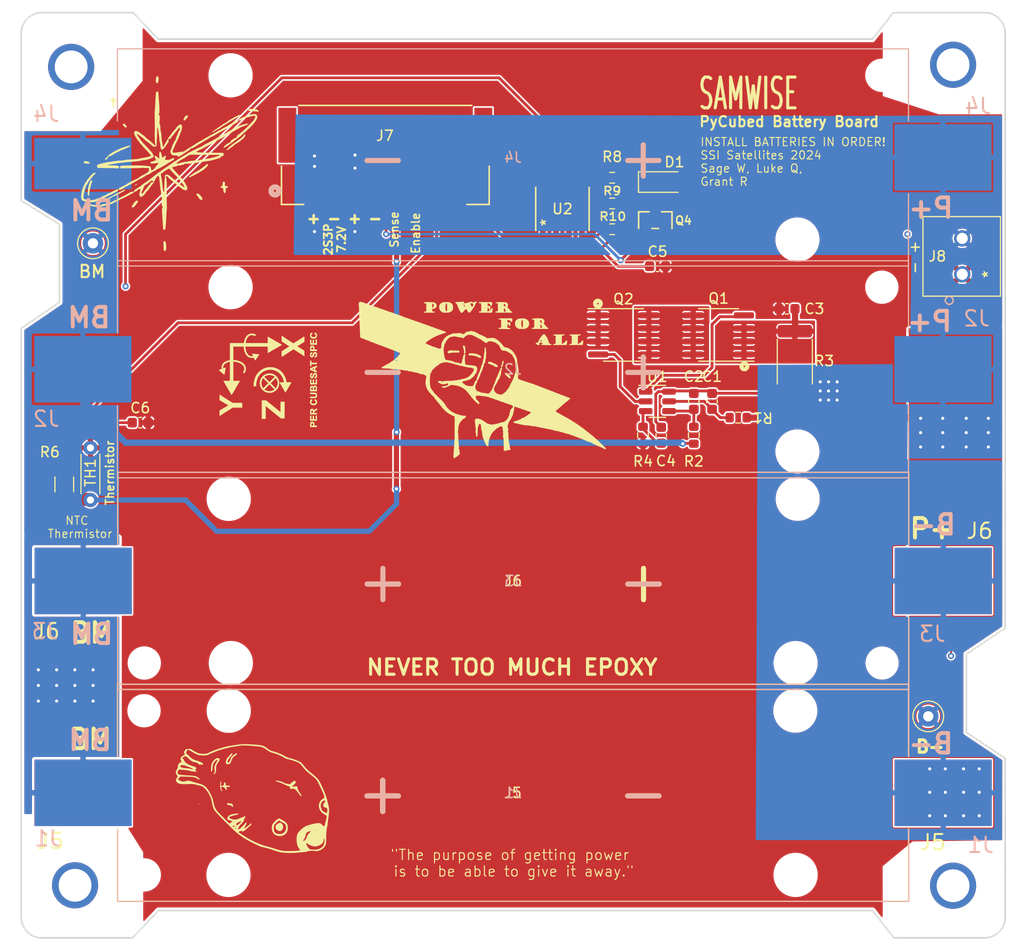
<source format=kicad_pcb>
(kicad_pcb (version 20221018) (generator pcbnew)
  (title_block (title "Battery Board") (date "2024-05-07") (rev "Post board review") (company "Stanford SSI") (comment 1 "Original design by Max Holiday, very small adaptations by Grant Regen") (comment 2 "More small edits made by Sage Wu and Luke Qiao"))
  (layers (0 "F.Cu" signal) (1 "In1.Cu" signal) (2 "In2.Cu" signal) (31 "B.Cu" signal) (34 "B.Paste" user) (35 "F.Paste" user) (36 "B.SilkS" user "B.Silkscreen") (37 "F.SilkS" user "F.Silkscreen") (38 "B.Mask" user) (39 "F.Mask" user) (44 "Edge.Cuts" user))
  (net 0 "")
  (net 1 "/VDD")
  (net 2 "B-")
  (net 3 "PACK-")
  (net 4 "BM")
  (net 5 "PACK+")
  (net 6 "Net-(U1-VC)")
  (net 7 "Net-(C3-Pad1)")
  (net 8 "PyCubed_AIN5")
  (net 10 "Net-(U1-V-)")
  (net 14 "Net-(Q1-G)")
  (net 15 "+3V3")
  (net 16 "Net-(Q1-D-Pad5)")
  (net 17 "Net-(Q2-G)")
  (net 18 "/HEATER")
  (net 19 "PyCubed_HIN")
  (net 20 "VBATT")
  (net 21 "Net-(Q4-G)")
  (net 22 "GND")
  (net 23 "Net-(Q4-D)")
  (footprint "batteryboard:Keystone_1042" (layer "F.Cu") (at 101.1174 129.8448 180)
    (fp_text reference "J5" (at 0 0 180) (layer "F.SilkS"))
    (fp_text value "KEYSTONE-1042")
    (fp_text user "-" (at -12.7 0 180) (layer "F.SilkS") (effects (font (size 4 4) (thickness 0.5))))
    (fp_text user "+" (at 12.7 0 180) (layer "F.SilkS") (effects (font (size 4 4) (thickness 0.5))))
    (pad "" np_thru_hole circle (at -27.5209 8.001 180) (size 3.7084 3.7084) (drill 3.7084) (layers "*.Cu" "*.Mask"))
    (pad "" np_thru_hole circle (at 27.7241 -8.001 180) (size 3.7084 3.7084) (drill 3.7084) (layers "*.Cu" "*.Mask"))
    (pad "" np_thru_hole circle (at 35.9537 8.001 180) (size 2.6416 2.6416) (drill 2.6416) (layers "*.Cu" "*.Mask"))
    (pad "1" smd rect (at -41.91 0 180) (size 9.4676 6.477) (layers "F.Cu" "F.Paste" "F.Mask") (net 2 "B-"))
    (pad "2" smd rect (at 41.91 0 180) (size 9.4676 6.477) (layers "F.Cu" "F.Paste" "F.Mask") (net 4 "BM"))
  )
  (footprint "Package_TO_SOT_SMD:SOT-23-6" (layer "F.Cu") (at 115.189 91.694)
    (fp_text reference "U1" (at 0 -2.4) (layer "F.SilkS"))
    (fp_text value "R5460N233AF")
    (pad "1" smd roundrect (at -1.1375 -0.95) (size 1.325 0.6) (layers "F.Cu" "F.Paste" "F.Mask") (net 14 "Net-(Q1-G)"))
    (pad "2" smd roundrect (at -1.1375 0) (size 1.325 0.6) (layers "F.Cu" "F.Paste" "F.Mask") (net 17 "Net-(Q2-G)"))
    (pad "3" smd roundrect (at -1.1375 0.95) (size 1.325 0.6) (layers "F.Cu" "F.Paste" "F.Mask") (net 10 "Net-(U1-V-)"))
    (pad "4" smd roundrect (at 1.1375 0.95) (size 1.325 0.6) (layers "F.Cu" "F.Paste" "F.Mask") (net 6 "Net-(U1-VC)"))
    (pad "5" smd roundrect (at 1.1375 0) (size 1.325 0.6) (layers "F.Cu" "F.Paste" "F.Mask") (net 1 "/VDD"))
    (pad "6" smd roundrect (at 1.1375 -0.95) (size 1.325 0.6) (layers "F.Cu" "F.Paste" "F.Mask") (net 2 "B-"))
  )
  (footprint "batteryboard:Keystone_1042" (layer "F.Cu") (at 101.1428 109.1946)
    (fp_text reference "J6" (at 0 0) (layer "F.SilkS"))
    (fp_text value "KEYSTONE-1042")
    (fp_text user "-" (at -12.7 0) (layer "F.SilkS") (effects (font (size 4 4) (thickness 0.5))))
    (fp_text user "+" (at 12.7 0) (layer "F.SilkS") (effects (font (size 4 4) (thickness 0.5))))
    (pad "" np_thru_hole circle (at -27.5209 8.001) (size 3.7084 3.7084) (drill 3.7084) (layers "*.Cu" "*.Mask"))
    (pad "" np_thru_hole circle (at 27.7241 -8.001) (size 3.7084 3.7084) (drill 3.7084) (layers "*.Cu" "*.Mask"))
    (pad "" np_thru_hole circle (at 35.9537 8.001) (size 2.6416 2.6416) (drill 2.6416) (layers "*.Cu" "*.Mask"))
    (pad "1" smd rect (at -41.91 0) (size 9.4676 6.477) (layers "F.Cu" "F.Paste" "F.Mask") (net 4 "BM"))
    (pad "2" smd rect (at 41.91 0) (size 9.4676 6.477) (layers "F.Cu" "F.Paste" "F.Mask") (net 5 "PACK+"))
  )
  (footprint "Capacitor_SMD:C_0603_1608Metric" (layer "F.Cu") (at 120.523 91.694 -90)
    (fp_text reference "C1" (at -2.413 0 -180) (layer "F.SilkS"))
    (fp_text value "0.1uF")
    (pad "1" smd roundrect (at -0.775 0 270) (size 0.9 0.95) (layers "F.Cu" "F.Paste" "F.Mask") (net 2 "B-"))
    (pad "2" smd roundrect (at 0.775 0 270) (size 0.9 0.95) (layers "F.Cu" "F.Paste" "F.Mask") (net 1 "/VDD"))
  )
  (footprint "Capacitor_SMD:C_0603_1608Metric" (layer "F.Cu") (at 118.745 91.694 -90)
    (fp_text reference "C2" (at -2.413 0 -180) (layer "F.SilkS"))
    (fp_text value "0.1uF")
    (pad "1" smd roundrect (at -0.775 0 270) (size 0.9 0.95) (layers "F.Cu" "F.Paste" "F.Mask") (net 2 "B-"))
    (pad "2" smd roundrect (at 0.775 0 270) (size 0.9 0.95) (layers "F.Cu" "F.Paste" "F.Mask") (net 6 "Net-(U1-VC)"))
  )
  (footprint "Capacitor_SMD:C_0603_1608Metric" (layer "F.Cu") (at 115.57 94.996 -90)
    (fp_text reference "C4" (at 2.5077 -0.4535 -180) (layer "F.SilkS"))
    (fp_text value "0.1uF")
    (pad "1" smd roundrect (at -0.775 0 270) (size 0.9 0.95) (layers "F.Cu" "F.Paste" "F.Mask") (net 2 "B-"))
    (pad "2" smd roundrect (at 0.775 0 270) (size 0.9 0.95) (layers "F.Cu" "F.Paste" "F.Mask") (net 10 "Net-(U1-V-)"))
  )
  (footprint "Capacitor_SMD:C_0603_1608Metric" (layer "F.Cu") (at 127.8255 82.677 180)
    (fp_text reference "C3" (at -2.667 0 unlocked) (layer "F.SilkS"))
    (fp_text value "0.1uF")
    (pad "1" smd roundrect (at -0.775 0 180) (size 0.9 0.95) (layers "F.Cu" "F.Paste" "F.Mask") (net 7 "Net-(C3-Pad1)"))
    (pad "2" smd roundrect (at 0.775 0 180) (size 0.9 0.95) (layers "F.Cu" "F.Paste" "F.Mask") (net 3 "PACK-"))
  )
  (footprint "Resistor_SMD:R_0603_1608Metric" (layer "F.Cu") (at 123.063 93.2815 180)
    (fp_text reference "R1" (at -2.413 0 180 unlocked) (layer "F.SilkS"))
    (fp_text value "330")
    (pad "1" smd roundrect (at -0.825 0 180) (size 0.8 0.95) (layers "F.Cu" "F.Paste" "F.Mask") (net 5 "PACK+"))
    (pad "2" smd roundrect (at 0.825 0 180) (size 0.8 0.95) (layers "F.Cu" "F.Paste" "F.Mask") (net 1 "/VDD"))
  )
  (footprint "Resistor_SMD:R_0603_1608Metric" (layer "F.Cu") (at 118.745 94.996 90)
    (fp_text reference "R2" (at -2.54 0 180) (layer "F.SilkS"))
    (fp_text value "330")
    (pad "1" smd roundrect (at -0.825 0 90) (size 0.8 0.95) (layers "F.Cu" "F.Paste" "F.Mask") (net 4 "BM"))
    (pad "2" smd roundrect (at 0.825 0 90) (size 0.8 0.95) (layers "F.Cu" "F.Paste" "F.Mask") (net 6 "Net-(U1-VC)"))
  )
  (footprint "Package_SO:SOIC-8_3.9x4.9mm_P1.27mm" (layer "F.Cu") (at 111.887 85.217)
    (fp_text reference "Q2" (at 0 -3.4925 unlocked) (layer "F.SilkS"))
    (fp_text value "IRF7458")
    (pad "1" smd roundrect (at -2.475 -1.905) (size 1.95 0.6) (layers "F.Cu" "F.Paste" "F.Mask") (net 3 "PACK-"))
    (pad "2" smd roundrect (at -2.475 -0.635) (size 1.95 0.6) (layers "F.Cu" "F.Paste" "F.Mask") (net 3 "PACK-"))
    (pad "3" smd roundrect (at -2.475 0.635) (size 1.95 0.6) (layers "F.Cu" "F.Paste" "F.Mask") (net 3 "PACK-"))
    (pad "4" smd roundrect (at -2.475 1.905) (size 1.95 0.6) (layers "F.Cu" "F.Paste" "F.Mask") (net 17 "Net-(Q2-G)"))
    (pad "5" smd roundrect (at 2.475 1.905) (size 1.95 0.6) (layers "F.Cu" "F.Paste" "F.Mask") (net 16 "Net-(Q1-D-Pad5)"))
    (pad "6" smd roundrect (at 2.475 0.635) (size 1.95 0.6) (layers "F.Cu" "F.Paste" "F.Mask") (net 16 "Net-(Q1-D-Pad5)"))
    (pad "7" smd roundrect (at 2.475 -0.635) (size 1.95 0.6) (layers "F.Cu" "F.Paste" "F.Mask") (net 16 "Net-(Q1-D-Pad5)"))
    (pad "8" smd roundrect (at 2.475 -1.905) (size 1.95 0.6) (layers "F.Cu" "F.Paste" "F.Mask") (net 16 "Net-(Q1-D-Pad5)"))
  )
  (footprint "Package_SO:SOIC-8_3.9x4.9mm_P1.27mm" (layer "F.Cu") (at 121.158 85.217 180)
    (fp_text reference "Q1" (at 0 3.556 unlocked) (layer "F.SilkS"))
    (fp_text value "IRF7458")
    (pad "1" smd roundrect (at -2.475 -1.905 180) (size 1.95 0.6) (layers "F.Cu" "F.Paste" "F.Mask") (net 7 "Net-(C3-Pad1)"))
    (pad "2" smd roundrect (at -2.475 -0.635 180) (size 1.95 0.6) (layers "F.Cu" "F.Paste" "F.Mask") (net 7 "Net-(C3-Pad1)"))
    (pad "3" smd roundrect (at -2.475 0.635 180) (size 1.95 0.6) (layers "F.Cu" "F.Paste" "F.Mask") (net 7 "Net-(C3-Pad1)"))
    (pad "4" smd roundrect (at -2.475 1.905 180) (size 1.95 0.6) (layers "F.Cu" "F.Paste" "F.Mask") (net 14 "Net-(Q1-G)"))
    (pad "5" smd roundrect (at 2.475 1.905 180) (size 1.95 0.6) (layers "F.Cu" "F.Paste" "F.Mask") (net 16 "Net-(Q1-D-Pad5)"))
    (pad "6" smd roundrect (at 2.475 0.635 180) (size 1.95 0.6) (layers "F.Cu" "F.Paste" "F.Mask") (net 16 "Net-(Q1-D-Pad5)"))
    (pad "7" smd roundrect (at 2.475 -0.635 180) (size 1.95 0.6) (layers "F.Cu" "F.Paste" "F.Mask") (net 16 "Net-(Q1-D-Pad5)"))
    (pad "8" smd roundrect (at 2.475 -1.905 180) (size 1.95 0.6) (layers "F.Cu" "F.Paste" "F.Mask") (net 16 "Net-(Q1-D-Pad5)"))
  )
  (footprint "Resistor_SMD:R_0603_1608Metric" (layer "F.Cu") (at 113.792 94.996 -90)
    (fp_text reference "R4" (at 2.54 0 -180) (layer "F.SilkS"))
    (fp_text value "1K")
    (pad "1" smd roundrect (at -0.825 0 270) (size 0.8 0.95) (layers "F.Cu" "F.Paste" "F.Mask") (net 10 "Net-(U1-V-)"))
    (pad "2" smd roundrect (at 0.825 0 270) (size 0.8 0.95) (layers "F.Cu" "F.Paste" "F.Mask") (net 3 "PACK-"))
  )
  (footprint "Resistor_SMD:R_2512_6332Metric" (layer "F.Cu") (at 128.5875 87.8205 90)
    (fp_text reference "R3" (at 0.0635 2.8575) (layer "F.SilkS"))
    (fp_text value "0.01")
    (pad "1" smd roundrect (at -2.9625 0 90) (size 1.225 3.35) (layers "F.Cu" "F.Paste" "F.Mask") (roundrect_rratio 0.204082) (net 2 "B-"))
    (pad "2" smd roundrect (at 2.9625 0 90) (size 1.225 3.35) (layers "F.Cu" "F.Paste" "F.Mask") (roundrect_rratio 0.204082) (net 7 "Net-(C3-Pad1)"))
  )
  (footprint "TestPoint:TestPoint_Loop_D1.80mm_Drill1.0mm_Beaded" (layer "F.Cu") (at 141.5923 122.3899)
    (fp_text reference "TP1" hide)
    (fp_text value "TestPoint")
    (pad "1" thru_hole circle (at 0 0) (size 2 2) (drill 1) (layers "*.Cu" "*.Mask") (net 2 "B-"))
  )
  (footprint "TestPoint:TestPoint_Loop_D1.80mm_Drill1.0mm_Beaded" (layer "F.Cu") (at 60.1853 76.2889)
    (fp_text reference "TP2" hide)
    (fp_text value "TestPoint")
    (pad "1" thru_hole circle (at 0 0) (size 2 2) (drill 1) (layers "*.Cu" "*.Mask") (net 4 "BM"))
  )
  (footprint "batteryboard:MountingHole_3.2mm_M3_DIN965_PadMOD" (layer "F.Cu") (at 144.0103 138.8999)
    (fp_text reference "H4" hide)
    (fp_text value "MountingHole_Pad")
    (pad "1" thru_hole circle (at 0 0) (size 4.5 4.5) (drill 3.2) (layers "*.Cu" "*.Mask"))
  )
  (footprint "batteryboard:MountingHole_3.2mm_M3_DIN965_PadMOD" (layer "F.Cu") (at 58.0607 59.0989)
    (fp_text reference "H2" hide)
    (fp_text value "MountingHole_Pad")
    (pad "1" thru_hole circle (at 0 0) (size 4.5 4.5) (drill 3.2) (layers "*.Cu" "*.Mask"))
  )
  (footprint "batteryboard:MountingHole_3.2mm_M3_DIN965_PadMOD" (layer "F.Cu") (at 58.4417 138.8549)
    (fp_text reference "H1" hide)
    (fp_text value "MountingHole_Pad")
    (pad "1" thru_hole circle (at 0 0) (size 4.5 4.5) (drill 3.2) (layers "*.Cu" "*.Mask"))
  )
  (footprint "batteryboard:MountingHole_3.2mm_M3_DIN965_PadMOD" (layer "F.Cu") (at 144.0103 58.8899)
    (fp_text reference "H3" hide)
    (fp_text value "MountingHole_Pad")
    (pad "1" thru_hole circle (at 0 0) (size 4.5 4.5) (drill 3.2) (layers "*.Cu" "*.Mask"))
  )
  (footprint "batteryboard:pheonix_2pos_screwterminal" (layer "F.Cu") (at 144.9033 79.312102 90)
    (fp_text reference "J8" (at 1.75 -2.4257) (layer "F.SilkS"))
    (fp_text value "Screw_Terminal_01x02" hide)
    (fp_text user "*" (at 0 2.54 90) (layer "F.SilkS"))
    (pad "1" thru_hole circle (at -0.000001 0 90) (size 1.6002 1.6002) (drill 1.0922) (layers "*.Cu" "*.Mask") (net 3 "PACK-"))
    (pad "2" thru_hole circle (at 3.500002 0 90) (size 1.6002 1.6002) (drill 1.0922) (layers "*.Cu" "*.Mask") (net 5 "PACK+"))
  )
  (footprint "Resistor_SMD:R_1206_3216Metric" (layer "F.Cu") (at 57.3913 99.7839 -90)
    (fp_text reference "R6" (at -3.1438 1.4134) (layer "F.SilkS"))
    (fp_text value "200k, RN73H2BTTD2003A05")
    (pad "1" smd roundrect (at -1.4625 0 270) (size 1.125 1.75) (layers "F.Cu" "F.Paste" "F.Mask") (roundrect_rratio 0.222222) (net 15 "+3V3"))
    (pad "2" smd roundrect (at 1.4625 0 270) (size 1.125 1.75) (layers "F.Cu" "F.Paste" "F.Mask") (roundrect_rratio 0.222222) (net 8 "PyCubed_AIN5"))
  )
  (footprint "Resistor_THT:R_Axial_DIN0204_L3.6mm_D1.6mm_P5.08mm_Horizontal" (layer "F.Cu") (at 59.9393 101.3079 90)
    (fp_text reference "TH1" (at 2.667 0 90) (layer "F.SilkS"))
    (fp_text value "TTDO-10KC8-3-1%")
    (pad "1" thru_hole circle (at 0 0 90) (size 1.4 1.4) (drill 0.7) (layers "*.Cu" "*.Mask") (net 8 "PyCubed_AIN5"))
    (pad "2" thru_hole oval (at 5.08 0 90) (size 1.4 1.4) (drill 0.7) (layers "*.Cu" "*.Mask") (net 3 "PACK-"))
  )
  (footprint "batteryboard:PowerLogo" (layer "F.Cu") (at 97.672 89.637502)
    (fp_text reference "Ref**" hide)
    (fp_text value "Val**" hide)
  )
  (footprint "Resistor_SMD:R_0603_1608Metric" (layer "F.Cu") (at 110.7853 69.8999)
    (fp_text reference "R8" (at 0 -2.038) (layer "F.SilkS"))
    (fp_text value "10k")
    (pad "1" smd roundrect (at -0.825 0) (size 0.8 0.95) (layers "F.Cu" "F.Paste" "F.Mask") (net 21 "Net-(Q4-G)"))
    (pad "2" smd roundrect (at 0.825 0) (size 0.8 0.95) (layers "F.Cu" "F.Paste" "F.Mask") (net 22 "GND"))
  )
  (footprint "Diode_SMD:D_SOD-123F" (layer "F.Cu") (at 115.5603 70.3199)
    (fp_text reference "D1" (at 1.3014 -1.95) (layer "F.SilkS"))
    (fp_text value "D")
    (pad "1" smd roundrect (at -1.4 0) (size 1.1 1.1) (layers "F.Cu" "F.Paste" "F.Mask") (roundrect_rratio 0.2272727273) (net 18 "/HEATER"))
    (pad "2" smd roundrect (at 1.4 0) (size 1.1 1.1) (layers "F.Cu" "F.Paste" "F.Mask") (roundrect_rratio 0.2272727273) (net 3 "PACK-"))
  )
  (footprint "Resistor_SMD:R_0603_1608Metric" (layer "F.Cu") (at 110.7853 72.4099 180)
    (fp_text reference "R9" (at 0 1.2206) (layer "F.SilkS") (effects (font (size 0.8 0.9))))
    (fp_text value "4.7k")
    (pad "1" smd roundrect (at -0.825 0 180) (size 0.8 0.95) (layers "F.Cu" "F.Paste" "F.Mask") (net 21 "Net-(Q4-G)"))
    (pad "2" smd roundrect (at 0.825 0 180) (size 0.8 0.95) (layers "F.Cu" "F.Paste" "F.Mask") (net 19 "PyCubed_HIN"))
  )
  (footprint "batteryboard_local:SOT-23" (layer "F.Cu") (at 114.9921 74.0316)
    (fp_text reference "Q4" (at 1.8415 0.508 180) (layer "F.SilkS") (effects (font (size 0.8 0.8) (thickness 0.154432)) (justify left bottom)))
    (fp_text value "IRLML2803" hide)
    (pad "1" smd rect (at -0.9525 1.0033) (size 0.5588 1.3208) (layers "F.Cu" "F.Paste" "F.Mask") (net 21 "Net-(Q4-G)"))
    (pad "2" smd rect (at 0.9525 1.0033) (size 0.5588 1.3208) (layers "F.Cu" "F.Paste" "F.Mask") (net 22 "GND"))
    (pad "3" smd rect (at 0 -0.8763) (size 0.5588 1.3208) (layers "F.Cu" "F.Paste" "F.Mask") (net 23 "Net-(Q4-D)"))
  )
  (footprint "Capacitor_SMD:C_0603_1608Metric" (layer "F.Cu") (at 64.7917 93.7699)
    (fp_text reference "C6" (at 0 -1.43) (layer "F.SilkS"))
    (fp_text value "10uF")
    (pad "1" smd roundrect (at -0.775 0) (size 0.9 0.95) (layers "F.Cu" "F.Paste" "F.Mask") (net 15 "+3V3"))
    (pad "2" smd roundrect (at 0.775 0) (size 0.9 0.95) (layers "F.Cu" "F.Paste" "F.Mask") (net 3 "PACK-"))
  )
  (footprint "NetTie:NetTie-2_SMD_Pad0.5mm" (layer "F.Cu") (at 143.8111 115.0217 -90)
    (fp_text reference "NT1" hide)
    (fp_text value "NetTie_2" hide)
    (fp_poly (pts (xy -0.5 -0.25) (xy 0.5 -0.25) (xy 0.5 0.25) (xy -0.5 0.25)) (fill solid) (layer "F.Cu"))
    (pad "1" smd circle (at -0.5 0 270) (size 0.5 0.5) (layers "F.Cu") (net 3 "PACK-"))
    (pad "2" smd circle (at 0.5 0 270) (size 0.5 0.5) (layers "F.Cu") (net 18 "/HEATER"))
  )
  (footprint "batteryboard_local:CONN_502352-0801_MOL" (layer "F.Cu") (at 88.6803 67.6799 180)
    (fp_text reference "J7" (at 0.038 1.8754 unlocked) (layer "F.SilkS"))
    (fp_text value "MOLEX 502352-0801")
    (pad "1" smd rect (at 6.999999 -3.506 180) (size 1.2446 3.2512) (layers "F.Cu" "F.Paste" "F.Mask") (net 5 "PACK+"))
    (pad "2" smd rect (at 5 -3.506 180) (size 1.2446 3.2512) (layers "F.Cu" "F.Paste" "F.Mask") (net 3 "PACK-"))
    (pad "3" smd rect (at 2.999999 -3.506 180) (size 1.2446 3.2512) (layers "F.Cu" "F.Paste" "F.Mask") (net 5 "PACK+"))
    (pad "4" smd rect (at 1.000001 -3.506 180) (size 1.2446 3.2512) (layers "F.Cu" "F.Paste" "F.Mask") (net 3 "PACK-"))
    (pad "5" smd rect (at -1.000001 -3.506 180) (size 1.2446 3.2512) (layers "F.Cu" "F.Paste" "F.Mask") (net 19 "PyCubed_HIN"))
    (pad "6" smd rect (at -2.999999 -3.506 180) (size 1.2446 3.2512) (layers "F.Cu" "F.Paste" "F.Mask") (net 8 "PyCubed_AIN5"))
    (pad "7" smd rect (at -5 -3.506 180) (size 1.2446 3.2512) (layers "F.Cu" "F.Paste" "F.Mask") (net 15 "+3V3"))
    (pad "8" smd rect (at -7.000001 -3.506 180) (size 1.2446 3.2512) (layers "F.Cu" "F.Paste" "F.Mask") (net 20 "VBATT"))
    (pad "9" smd rect (at -9.550001 1.919001 180) (size 1.7526 5.3594) (layers "F.Cu" "F.Paste" "F.Mask"))
    (pad "10" smd rect (at 9.550001 1.919001 180) (size 1.7526 5.3594) (layers "F.Cu" "F.Paste" "F.Mask"))
  )
  (footprint "LOGO" (layer "F.Cu") (at 67.8143 68.1159)
    (fp_text reference "G***" hide)
    (fp_text value "LOGO" hide)
  )
  (footprint "DMP2022LSS-13:SOIC_2LSS-13_DIO" (layer "F.Cu") (at 105.9397 72.9419 90)
    (fp_text reference "U2" (at 0 0 unlocked) (layer "F.SilkS"))
    (fp_text value "DMP2022LSS-13")
    (fp_text user "*" (at -1.3208 -1.5748 90 unlocked) (layer "F.SilkS"))
    (pad "1" smd rect (at -2.6924 -1.905 90) (size 1.4224 0.5588) (layers "F.Cu" "F.Paste" "F.Mask") (net 20 "VBATT"))
    (pad "2" smd rect (at -2.6924 -0.635 90) (size 1.4224 0.5588) (layers "F.Cu" "F.Paste" "F.Mask") (net 20 "VBATT"))
    (pad "3" smd rect (at -2.6924 0.635 90) (size 1.4224 0.5588) (layers "F.Cu" "F.Paste" "F.Mask") (net 20 "VBATT"))
    (pad "4" smd rect (at -2.6924 1.905 90) (size 1.4224 0.5588) (layers "F.Cu" "F.Paste" "F.Mask") (net 23 "Net-(Q4-D)"))
    (pad "5" smd rect (at 2.6924 1.905 90) (size 1.4224 0.5588) (layers "F.Cu" "F.Paste" "F.Mask") (net 18 "/HEATER"))
    (pad "6" smd rect (at 2.6924 0.635 90) (size 1.4224 0.5588) (layers "F.Cu" "F.Paste" "F.Mask") (net 18 "/HEATER"))
    (pad "7" smd rect (at 2.6924 -0.635 90) (size 1.4224 0.5588) (layers "F.Cu" "F.Paste" "F.Mask") (net 18 "/HEATER"))
    (pad "8" smd rect (at 2.6924 -1.905 90) (size 1.4224 0.5588) (layers "F.Cu" "F.Paste" "F.Mask") (net 18 "/HEATER"))
  )
  (footprint "Capacitor_SMD:C_0603_1608Metric" (layer "F.Cu") (at 115.2107 78.5299)
    (fp_text reference "C5" (at 0 -1.43) (layer "F.SilkS"))
    (fp_text value "10uF")
    (pad "1" smd roundrect (at -0.775 0) (size 0.9 0.95) (layers "F.Cu" "F.Paste" "F.Mask") (net 20 "VBATT"))
    (pad "2" smd roundrect (at 0.775 0) (size 0.9 0.95) (layers "F.Cu" "F.Paste" "F.Mask") (net 3 "PACK-"))
  )
  (footprint "LOGO" (layer "F.Cu") (at 76.0693 130.2189)
    (fp_text reference "G***" hide)
    (fp_text value "LOGO" hide)
  )
  (footprint "Resistor_SMD:R_0603_1608Metric" (layer "F.Cu") (at 110.7853 74.9199)
    (fp_text reference "R10" (at 0.0566 -1.2414) (layer "F.SilkS") (effects (font (size 0.8 0.9))))
    (fp_text value "100k")
    (pad "1" smd roundrect (at -0.825 0) (size 0.8 0.95) (layers "F.Cu" "F.Paste" "F.Mask") (net 23 "Net-(Q4-D)"))
    (pad "2" smd roundrect (at 0.825 0) (size 0.8 0.95) (layers "F.Cu" "F.Paste" "F.Mask") (net 20 "VBATT"))
  )
  (footprint "batteryboard:Keystone_1042" (layer "B.Cu") (at 101.1174 88.5698)
    (fp_text reference "J2" (at 0 0) (layer "B.SilkS") (effects (justify mirror)))
    (fp_text value "KEYSTONE-1042")
    (fp_text user "+" (at 12.7 0) (layer "B.SilkS") (effects (font (size 4 4) (thickness 0.5)) (justify mirror)))
    (fp_text user "-" (at -12.7 0) (layer "B.SilkS") (effects (font (size 4 4) (thickness 0.5)) (justify mirror)))
    (pad "" np_thru_hole circle (at -27.5209 -8.001) (size 3.7084 3.7084) (drill 3.7084) (layers "*.Cu" "*.Mask"))
    (pad "" np_thru_hole circle (at 27.7241 8.001) (size 3.7084 3.7084) (drill 3.7084) (layers "*.Cu" "*.Mask"))
    (pad "" np_thru_hole circle (at 35.9537 -8.001) (size 2.6416 2.6416) (drill 2.6416) (layers "*.Cu" "*.Mask"))
    (pad "1" smd rect (at -41.91 0) (size 9.4676 6.477) (layers "B.Cu" "B.Paste" "B.Mask") (net 4 "BM"))
    (pad "2" smd rect (at 41.91 0) (size 9.4676 6.477) (layers "B.Cu" "B.Paste" "B.Mask") (net 5 "PACK+"))
  )
  (footprint "batteryboard:Keystone_1042" (layer "B.Cu") (at 101.1428 129.8448 180)
    (fp_text reference "J1" (at 0 0) (layer "B.SilkS") (effects (justify mirror)))
    (fp_text value "KEYSTONE-1042")
    (fp_text user "+" (at 12.7 0) (layer "B.SilkS") (effects (font (size 4 4) (thickness 0.5)) (justify mirror)))
    (fp_text user "-" (at -12.7 0) (layer "B.SilkS") (effects (font (size 4 4) (thickness 0.5)) (justify mirror)))
    (pad "" np_thru_hole circle (at -27.5209 -8.001 180) (size 3.7084 3.7084) (drill 3.7084) (layers "*.Cu" "*.Mask"))
    (pad "" np_thru_hole circle (at 27.7241 8.001 180) (size 3.7084 3.7084) (drill 3.7084) (layers "*.Cu" "*.Mask"))
    (pad "" np_thru_hole circle (at 35.9537 -8.001 180) (size 2.6416 2.6416) (drill 2.6416) (layers "*.Cu" "*.Mask"))
    (pad "1" smd rect (at -41.91 0 180) (size 9.4676 6.477) (layers "B.Cu" "B.Paste" "B.Mask") (net 2 "B-"))
    (pad "2" smd rect (at 41.91 0 180) (size 9.4676 6.477) (layers "B.Cu" "B.Paste" "B.Mask") (net 4 "BM"))
  )
  (footprint "batteryboard:Keystone_1042" (layer "B.Cu") (at 101.1428 109.1946 180)
    (fp_text reference "J3" (at 0 0) (layer "B.SilkS") (effects (justify mirror)))
    (fp_text value "KEYSTONE-1042")
    (fp_text user "+" (at 12.7 0) (layer "B.SilkS") (effects (font (size 4 4) (thickness 0.5)) (justify mirror)))
    (fp_text user "-" (at -12.7 0) (layer "B.SilkS") (effects (font (size 4 4) (thickness 0.5)) (justify mirror)))
    (pad "" np_thru_hole circle (at -27.5209 -8.001 180) (size 3.7084 3.7084) (drill 3.7084) (layers "*.Cu" "*.Mask"))
    (pad "" np_thru_hole circle (at 27.7241 8.001 180) (size 3.7084 3.7084) (drill 3.7084) (layers "*.Cu" "*.Mask"))
    (pad "" np_thru_hole circle (at 35.9537 -8.001 180) (size 2.6416 2.6416) (drill 2.6416) (layers "*.Cu" "*.Mask"))
    (pad "1" smd rect (at -41.91 0 180) (size 9.4676 6.477) (layers "B.Cu" "B.Paste" "B.Mask") (net 2 "B-"))
    (pad "2" smd rect (at 41.91 0 180) (size 9.4676 6.477) (layers "B.Cu" "B.Paste" "B.Mask") (net 4 "BM"))
  )
  (footprint "batteryboard_local:Keystone_1042_J4" (layer "B.Cu") (at 101.1174 67.9196)
    (fp_text reference "J4" (at 0 0 180) (layer "B.SilkS") (effects (justify mirror)))
    (fp_text value "KEYSTONE-1042")
    (fp_text user "-" (at -12.7 0 180) (layer "B.SilkS") (effects (font (size 4 4) (thickness 0.5)) (justify mirror)))
    (fp_text user "+" (at 12.7 0 180) (layer "B.SilkS") (effects (font (size 4 4) (thickness 0.5)) (justify mirror)))
    (pad "" np_thru_hole circle (at -27.5209 -8.001) (size 3.7084 3.7084) (drill 3.7084) (layers "*.Cu" "*.Mask"))
    (pad "" np_thru_hole circle (at 27.7241 8.001) (size 3.7084 3.7084) (drill 3.7084) (layers "*.Cu" "*.Mask"))
    (pad "" np_thru_hole circle (at 35.9537 -8.001) (size 2.6416 2.6416) (drill 2.6416) (layers "*.Cu" "*.Mask"))
    (pad "1" smd rect (at -41.91 0.6) (size 9.4676 5) (layers "B.Cu" "B.Paste" "B.Mask") (net 4 "BM"))
    (pad "2" smd rect (at 41.91 0) (size 9.4676 6.477) (layers "B.Cu" "B.Paste" "B.Mask") (net 5 "PACK+"))
  )
  (footprint "batteryboard:XYZ_cubesat-bot" (layer "B.Cu") (at 77.2303 89.5899 -90)
    (fp_text reference "Ref**" hide)
    (fp_text value "Val**" hide)
  )
  (gr_circle (center 123.6726 88.2904) (end 123.7488 88.3158) (stroke (width 0.4)) (fill none) (layer "F.SilkS"))
  (gr_circle (center 109.3978 82.169) (end 109.474 82.1944) (stroke (width 0.4)) (fill none) (layer "F.SilkS"))
  (gr_arc (start 55.2003 143.9799) (mid 53.786086 143.394114) (end 53.2003 141.9799) (stroke (width 0.15)) (layer "Edge.Cuts"))
  (gr_arc (start 149.0853 141.9799) (mid 148.499514 143.394114) (end 147.0853 143.9799) (stroke (width 0.15)) (layer "Edge.Cuts"))
  (gr_arc (start 147.0853 53.8099) (mid 148.499514 54.395686) (end 149.0853 55.8099) (stroke (width 0.15)) (layer "Edge.Cuts"))
  (gr_line (start 53.2003 84.582) (end 53.2003 141.9799) (stroke (width 0.15)) (layer "Edge.Cuts"))
  (gr_arc (start 53.2003 55.8099) (mid 53.786086 54.395686) (end 55.2003 53.8099) (stroke (width 0.15)) (layer "Edge.Cuts"))
  (gr_line (start 55.2003 143.9799) (end 64.0395 143.9799) (stroke (width 0.15)) (layer "Edge.Cuts"))
  (gr_line (start 149.098 113.792) (end 149.0853 55.8099) (stroke (width 0.15)) (layer "Edge.Cuts"))
  (gr_line (start 136.1657 141.3187) (end 66.5697 141.3187) (stroke (width 0.15)) (layer "Edge.Cuts"))
  (gr_line (start 64.0395 143.9799) (end 66.5697 141.3187) (stroke (width 0.15)) (layer "Edge.Cuts"))
  (gr_line (start 147.0853 143.9799) (end 138.2461 143.9799) (stroke (width 0.15)) (layer "Edge.Cuts"))
  (gr_line (start 66.548 56.388) (end 64.0969 53.8099) (stroke (width 0.15)) (layer "Edge.Cuts"))
  (gr_line (start 136.144 56.388) (end 66.548 56.388) (stroke (width 0.15)) (layer "Edge.Cuts"))
  (gr_line (start 136.144 56.388) (end 138.1887 53.8099) (stroke (width 0.15)) (layer "Edge.Cuts"))
  (gr_line (start 147.0853 53.8099) (end 138.1887 53.8099) (stroke (width 0.15)) (layer "Edge.Cuts"))
  (gr_line (start 64.0969 53.8099) (end 55.2003 53.8099) (stroke (width 0.15)) (layer "Edge.Cuts"))
  (gr_line (start 53.2003 72.136) (end 53.2003 55.8099) (stroke (width 0.15)) (layer "Edge.Cuts"))
  (gr_line (start 149.0853 141.9799) (end 149.098 126.492) (stroke (width 0.15)) (layer "Edge.Cuts"))
  (gr_line (start 145.3097 123.952) (end 149.098 126.492) (stroke (width 0.15)) (layer "Edge.Cuts"))
  (gr_line (start 145.3097 116.332) (end 145.3097 123.952) (stroke (width 0.15)) (layer "Edge.Cuts"))
  (gr_line (start 53.2003 84.582) (end 56.9177 82.042) (stroke (width 0.15)) (layer "Edge.Cuts"))
  (gr_line (start 138.2461 143.9799) (end 136.1657 141.3187) (stroke (width 0.15)) (layer "Edge.Cuts"))
  (gr_line (start 56.9177 74.422) (end 53.2003 72.136) (stroke (width 0.15)) (layer "Edge.Cuts"))
  (gr_line (start 56.9177 82.042) (end 56.9177 74.422) (stroke (width 0.15)) (layer "Edge.Cuts"))
  (gr_line (start 149.098 113.792) (end 145.3097 116.332) (stroke (width 0.15)) (layer "Edge.Cuts"))
  (gr_text "BM" (at 60.0583 114.3889) (layer "B.SilkS") (effects (font (size 1.905 1.905) (thickness 0.381)) (justify mirror)))
  (gr_text "BM" (at 59.8043 83.5279) (layer "B.SilkS") (effects (font (size 1.905 1.905) (thickness 0.381)) (justify mirror)))
  (gr_text "BM" (at 60.0583 73.1139) (layer "B.SilkS") (effects (font (size 1.905 1.905) (thickness 0.381)) (justify mirror)))
  (gr_text "BM" (at 59.8895 124.7325) (layer "B.SilkS") (effects (font (size 1.905 1.905) (thickness 0.381)) (justify mirror)))
  (gr_text "B-" (at 141.8463 125.0569) (layer "B.SilkS") (effects (font (size 1.905 1.905) (thickness 0.381)) (justify mirror)))
  (gr_text "B-" (at 142.1003 103.7209) (layer "B.SilkS") (effects (font (size 1.905 1.905) (thickness 0.381)) (justify mirror)))
  (gr_text "P+" (at 141.7193 83.9089) (layer "B.SilkS") (effects (font (size 1.905 1.905) (thickness 0.381)) (justify mirror)))
  (gr_text "P+" (at 141.8463 72.8599) (layer "B.SilkS") (effects (font (size 1.905 1.905) (thickness 0.381)) (justify mirror)))
  (gr_text "J4" (at 57.0447 64.5599) (layer "B.SilkS") (effects (font (size 1.5 1.5) (thickness 0.2)) (justify left bottom mirror)))
  (gr_text "J3\n\n" (at 56.9177 117.3919) (layer "B.SilkS") (effects (font (size 1.5 1.5) (thickness 0.2)) (justify left bottom mirror)))
  (gr_text "J3\n\n" (at 143.4047 117.6459) (layer "B.SilkS") (effects (font (size 1.5 1.5) (thickness 0.2)) (justify left bottom mirror)))
  (gr_text "J4" (at 147.8497 63.7979) (layer "B.SilkS") (effects (font (size 1.5 1.5) (thickness 0.2)) (justify left bottom mirror)))
  (gr_text "J1\n" (at 148.1037 135.8069) (layer "B.SilkS") (effects (font (size 1.5 1.5) (thickness 0.2)) (justify left bottom mirror)))
  (gr_text "J2\n\n\n" (at 147.7227 89.3249) (layer "B.SilkS") (effects (font (size 1.5 1.5) (thickness 0.2)) (justify left bottom mirror)))
  (gr_text "J1\n" (at 57.1717 135.1719) (layer "B.SilkS") (effects (font (size 1.5 1.5) (thickness 0.2)) (justify left bottom mirror)))
  (gr_text "J2\n\n\n" (at 57.0447 99.1039) (layer "B.SilkS") (effects (font (size 1.5 1.5) (thickness 0.2)) (justify left bottom mirror)))
  (gr_text "BM" (at 59.9313 124.6309) (layer "F.SilkS") (effects (font (size 1.905 1.905) (thickness 0.381))))
  (gr_text "B-" (at 141.7791 125.3421) (layer "F.SilkS") (effects (font (size 1.2 1.2) (thickness 0.3))))
  (gr_text "P+" (at 141.9733 104.1019) (layer "F.SilkS") (effects (font (size 1.905 1.905) (thickness 0.381))))
  (gr_text "NTC \nThermistor" (at 58.9243 103.9553) (layer "F.SilkS") (effects (font (size 0.8 0.8) (thickness 0.1))))
  (gr_text "2S3P\n7.2V" (at 83.7655 75.9137 90) (layer "F.SilkS") (effects (font (size 0.8 0.8) (thickness 0.175))))
  (gr_text "- +" (at 140.2551 77.6663 90) (layer "F.SilkS") (effects (font (size 1 1))))
  (gr_text "INSTALL BATTERIES IN ORDER!\nSSI Satellites 2024\nSage W, Luke Q,\nGrant R\n" (at 119.3255 68.3445) (layer "F.SilkS") (effects (font (size 0.8 0.8) (thickness 0.1)) (justify left)))
  (gr_text "BM" (at 60.0927 79.0379) (layer "F.SilkS") (effects (font (size 1.2 1.2) (thickness 0.2))))
  (gr_text "Enable" (at 91.6395 75.3041 90) (layer "F.SilkS") (effects (font (size 0.8 0.8))))
  (gr_text "Sense" (at 89.5567 74.9485 90) (layer "F.SilkS") (effects (font (size 0.8 0.8))))
  (gr_text "Thermistor" (at 61.8363 98.6663 90) (layer "F.SilkS") (effects (font (size 0.8 0.8))))
  (gr_text "J5" (at 54.6317 135.4259) (layer "F.SilkS") (effects (font (size 1.5 1.5) (thickness 0.2)) (justify left bottom)))
  (gr_text "J6\n" (at 54.2507 114.9789) (layer "F.SilkS") (effects (font (size 1.5 1.5) (thickness 0.2)) (justify left bottom)))
  (gr_text "J5" (at 140.6107 135.5529) (layer "F.SilkS") (effects (font (size 1.5 1.5) (thickness 0.2)) (justify left bottom)))
  (gr_text "J6\n" (at 145.1827 105.1999) (layer "F.SilkS") (effects (font (size 1.5 1.5) (thickness 0.2)) (justify left bottom)))
  (gr_text "{dblquote}The purpose of getting power \nis to be able to give it away.{dblquote}" (at 101.1899 136.6959) (layer "F.SilkS") (effects (font (size 1 1) (thickness 0.1))))
  (gr_text "SAMWISE" (at 124.0753 61.7151) (layer "F.SilkS") (effects (font (size 3 1.5) (thickness 0.3))))
  (gr_text "PyCubed Battery Board" (at 128.0377 64.4329) (layer "F.SilkS") (effects (font (size 1 1) (thickness 0.2))))
  (gr_text "- + - +" (at 84.6963 74.0029 180) (layer "F.SilkS") (effects (font (size 1 1) (thickness 0.25))))
  (gr_text "BM" (at 60.0583 114.2619) (layer "F.SilkS") (effects (font (size 1.905 1.905) (thickness 0.381))))
  (gr_text "NEVER TOO MUCH EPOXY" (at 101.0303 117.6099) (layer "F.SilkS") (effects (font (size 1.5 1.5) (thickness 0.3))))
  (segment (start 119.761 91.694) (end 120.523 92.456) (width 0.2794) (layer "F.Cu") (net 1))
  (segment (start 121.323 93.2815) (end 120.523 92.4815) (width 0.2794) (layer "F.Cu") (net 1))
  (segment (start 122.2755 93.2815) (end 121.323 93.2815) (width 0.2794) (layer "F.Cu") (net 1))
  (segment (start 116.589 91.694) (end 119.761 91.694) (width 0.2794) (layer "F.Cu") (net 1))
  (segment (start 120.523 92.456) (end 120.523 92.4815) (width 0.2794) (layer "F.Cu") (net 1))
  (segment (start 118.745 90.678) (end 120.2945 90.678) (width 0.2794) (layer "F.Cu") (net 2))
  (segment (start 120.523 90.9065) (end 128.4015 90.9065) (width 0.2794) (layer "F.Cu") (net 2))
  (segment (start 118.745 90.9065) (end 118.745 90.678) (width 0.2794) (layer "F.Cu") (net 2))
  (segment (start 115.0329 91.0013) (end 115.2902 90.744) (width 0.27178) (layer "F.Cu") (net 2))
  (segment (start 120.2945 90.678) (end 120.523 90.9065) (width 0.2794) (layer "F.Cu") (net 2))
  (segment (start 115.2902 90.744) (end 116.3265 90.744) (width 0.27178) (layer "F.Cu") (net 2))
  (segment (start 116.655 90.678) (end 118.745 90.678) (width 0.2794) (layer "F.Cu") (net 2))
  (segment (start 115.57 94.2085) (end 115.0329 93.6714) (width 0.27178) (layer "F.Cu") (net 2))
  (segment (start 128.4015 90.9065) (end 128.5875 90.7205) (width 0.2794) (layer "F.Cu") (net 2))
  (segment (start 116.589 90.744) (end 116.655 90.678) (width 0.2794) (layer "F.Cu") (net 2))
  (segment (start 115.0329 93.6714) (end 115.0329 91.0013) (width 0.27178) (layer "F.Cu") (net 2))
  (segment (start 115.8096 90.744) (end 116.589 90.744) (width 0.2794) (layer "F.Cu") (net 2))
  (via (at 143.256 129.794) (size 0.6) (drill 0.3) (layers "F.Cu" "B.Cu") (net 2))
  (via (at 146.558 129.794) (size 0.6) (drill 0.3) (layers "F.Cu" "B.Cu") (net 2))
  (via (at 145.034 129.794) (size 0.6) (drill 0.3) (layers "F.Cu" "B.Cu") (net 2))
  (via (at 141.732 129.794) (size 0.6) (drill 0.3) (layers "F.Cu" "B.Cu") (net 2))
  (via (at 146.558 132.08) (size 0.6) (drill 0.3) (layers "F.Cu" "B.Cu") (net 2))
  (via (at 141.732 132.08) (size 0.6) (drill 0.3) (layers "F.Cu" "B.Cu") (net 2))
  (via (at 143.256 132.08) (size 0.6) (drill 0.3) (layers "F.Cu" "B.Cu") (net 2))
  (via (at 145.034 132.08) (size 0.6) (drill 0.3) (layers "F.Cu" "B.Cu") (net 2))
  (via (at 131.8731 90.678) (size 0.6) (drill 0.3) (layers "F.Cu" "B.Cu") (net 2))
  (via (at 132.7113 90.678) (size 0.6) (drill 0.3) (layers "F.Cu" "B.Cu") (net 2))
  (via (at 131.064 90.678) (size 0.6) (drill 0.3) (layers "F.Cu" "B.Cu") (net 2))
  (via (at 131.8731 91.567) (size 0.6) (drill 0.3) (layers "F.Cu" "B.Cu") (net 2))
  (via (at 131.064 91.567) (size 0.6) (drill 0.3) (layers "F.Cu" "B.Cu") (net 2))
  (via (at 132.7113 91.567) (size 0.6) (drill 0.3) (layers "F.Cu" "B.Cu") (net 2))
  (via (at 143.256 127.508) (size 0.6) (drill 0.3) (layers "F.Cu" "B.Cu") (net 2))
  (via (at 146.558 127.508) (size 0.6) (drill 0.3) (layers "F.Cu" "B.Cu") (net 2))
  (via (at 145.034 127.508) (size 0.6) (drill 0.3) (layers "F.Cu" "B.Cu") (net 2))
  (via (at 131.8731 89.789) (size 0.6) (drill 0.3) (layers "F.Cu" "B.Cu") (net 2))
  (via (at 141.732 127.508) (size 0.6) (drill 0.3) (layers "F.Cu" "B.Cu") (net 2))
  (via (at 131.064 89.789) (size 0.6) (drill 0.3) (layers "F.Cu" "B.Cu") (net 2))
  (via (at 132.7113 89.789) (size 0.6) (drill 0.3) (layers "F.Cu" "B.Cu") (net 2))
  (segment (start 143.8111 114.5217) (end 141.9315 114.5217) (width 0.27178) (layer "F.Cu") (net 3))
  (segment (start 117.703498 95.7835) (end 117.665498 95.8215) (width 0.2794) (layer "F.Cu") (net 4))
  (segment (start 118.745 95.7835) (end 117.703498 95.7835) (width 0.2794) (layer "F.Cu") (net 4))
  (via (at 54.864 119.38) (size 0.6) (drill 0.3) (layers "F.Cu" "B.Cu") (net 4))
  (via (at 58.42 119.38) (size 0.6) (drill 0.3) (layers "F.Cu" "B.Cu") (net 4))
  (via (at 56.642 119.38) (size 0.6) (drill 0.3) (layers "F.Cu" "B.Cu") (net 4))
  (via (at 60.198 119.38) (size 0.6) (drill 0.3) (layers "F.Cu" "B.Cu") (net 4))
  (via (at 60.198 120.904) (size 0.6) (drill 0.3) (layers "F.Cu" "B.Cu") (net 4))
  (via (at 58.42 120.904) (size 0.6) (drill 0.3) (layers "F.Cu" "B.Cu") (net 4))
  (via (at 54.864 120.904) (size 0.6) (drill 0.3) (layers "F.Cu" "B.Cu") (net 4))
  (via (at 56.642 120.904) (size 0.6) (drill 0.3) (layers "F.Cu" "B.Cu") (net 4))
  (via (at 56.642 117.856) (size 0.6) (drill 0.3) (layers "F.Cu" "B.Cu") (net 4))
  (via (at 58.42 117.856) (size 0.6) (drill 0.3) (layers "F.Cu" "B.Cu") (net 4))
  (via (at 60.198 117.856) (size 0.6) (drill 0.3) (layers "F.Cu" "B.Cu") (net 4))
  (via (at 54.864 117.856) (size 0.6) (drill 0.3) (layers "F.Cu" "B.Cu") (net 4))
  (via (at 117.665498 95.8215) (size 0.6) (drill 0.3) (layers "F.Cu" "B.Cu") (net 4))
  (segment (start 117.563898 95.7199) (end 117.665498 95.8215) (width 0.6096) (layer "B.Cu") (net 4))
  (segment (start 59.2074 88.5698) (end 59.2074 91.567) (width 0.6096) (layer "B.Cu") (net 4))
  (segment (start 59.2074 91.567) (end 63.3603 95.7199) (width 0.6096) (layer "B.Cu") (net 4))
  (segment (start 63.3603 95.7199) (end 117.563898 95.7199) (width 0.6096) (layer "B.Cu") (net 4))
  (segment (start 85.7123 71.2729) (end 85.7763 71.2089) (width 0.6096) (layer "F.Cu") (net 5))
  (segment (start 81.776301 71.2089) (end 81.776301 68.796901) (width 0.6096) (layer "F.Cu") (net 5))
  (segment (start 81.7753 71.209901) (end 81.776301 71.2089) (width 1.27) (layer "F.Cu") (net 5))
  (segment (start 85.680301 69.005699) (end 85.725 68.961) (width 0.27178) (layer "F.Cu") (net 5))
  (segment (start 85.725 71.1576) (end 85.7763 71.2089) (width 0.6096) (layer "F.Cu") (net 5))
  (segment (start 85.725 67.691) (end 85.725 68.961) (width 0.6096) (layer "F.Cu") (net 5))
  (segment (start 140.7795 93.2815) (end 140.843 93.345) (width 0.6096) (layer "F.Cu") (net 5))
  (segment (start 81.776301 68.796901) (end 81.7753 68.7959) (width 0.6096) (layer "F.Cu") (net 5))
  (segment (start 85.725 68.961) (end 85.725 71.1576) (width 0.6096) (layer "F.Cu") (net 5))
  (segment (start 81.7753 71.280899) (end 81.680301 71.1859) (width 1.27) (layer "F.Cu") (net 5))
  (segment (start 85.680301 71.1859) (end 85.680301 69.005699) (width 0.27178) (layer "F.Cu") (net 5))
  (segment (start 123.8505 93.2815) (end 140.7795 93.2815) (width 0.6096) (layer "F.Cu") (net 5))
  (segment (start 85.7123 75.1459) (end 85.680301 75.113901) (width 0.27178) (layer "F.Cu") (net 5))
  (segment (start 81.7753 75.1459) (end 81.7753 71.280899) (width 1.27) (layer "F.Cu") (net 5))
  (segment (start 85.680301 75.113901) (end 85.680301 71.1859) (width 1.27) (layer "F.Cu") (net 5))
  (segment (start 81.7753 67.7799) (end 81.7753 68.7959) (width 0.6096) (layer "F.Cu") (net 5))
  (via (at 140.843 94.742) (size 0.6) (drill 0.3) (layers "F.Cu" "B.Cu") (net 5))
  (via (at 143.002 94.742) (size 0.6) (drill 0.3) (layers "F.Cu" "B.Cu") (net 5))
  (via (at 145.288 94.742) (size 0.6) (drill 0.3) (layers "F.Cu" "B.Cu") (net 5))
  (via (at 147.447 94.742) (size 0.6) (drill 0.3) (layers "F.Cu" "B.Cu") (net 5))
  (via (at 145.288 96.139) (size 0.6) (drill 0.3) (layers "F.Cu" "B.Cu") (net 5))
  (via (at 140.843 96.139) (size 0.6) (drill 0.3) (layers "F.Cu" "B.Cu") (net 5))
  (via (at 143.002 96.139) (size 0.6) (drill 0.3) (layers "F.Cu" "B.Cu") (net 5))
  (via (at 147.447 96.139) (size 0.6) (drill 0.3) (layers "F.Cu" "B.Cu") (net 5))
  (via (at 140.843 93.345) (size 0.6) (drill 0.3) (layers "F.Cu" "B.Cu") (net 5))
  (via (at 85.7123 75.1459) (size 0.6) (drill 0.3) (layers "F.Cu" "B.Cu") (net 5))
  (via (at 143.002 93.345) (size 0.6) (drill 0.3) (layers "F.Cu" "B.Cu") (net 5))
  (via (at 81.7753 67.7799) (size 0.6) (drill 0.3) (layers "F.Cu" "B.Cu") (net 5))
  (via (at 85.725 67.691) (size 0.6) (drill 0.3) (layers "F.Cu" "B.Cu") (net 5))
  (via (at 81.7753 75.1459) (size 0.6) (drill 0.3) (layers "F.Cu" "B.Cu") (net 5))
  (via (at 147.447 93.345) (size 0.6) (drill 0.3) (layers "F.Cu" "B.Cu") (net 5))
  (via (at 81.7753 68.7959) (size 0.6) (drill 0.3) (layers "F.Cu" "B.Cu") (net 5))
  (via (at 145.288 93.345) (size 0.6) (drill 0.3) (layers "F.Cu" "B.Cu") (net 5))
  (via (at 85.725 68.961) (size 0.6) (drill 0.3) (layers "F.Cu" "B.Cu") (net 5))
  (segment (start 118.745 92.4815) (end 118.745 94.2085) (width 0.27178) (layer "F.Cu") (net 6))
  (segment (start 116.589 92.644) (end 118.5825 92.644) (width 0.2794) (layer "F.Cu") (net 6))
  (segment (start 128.613 84.895) (end 128.5875 84.9205) (width 0.6096) (layer "F.Cu") (net 7))
  (segment (start 128.613 82.677) (end 128.613 84.895) (width 0.6096) (layer "F.Cu") (net 7))
  (segment (start 57.3913 101.2464) (end 59.8778 101.2464) (width 1.27) (layer "F.Cu") (net 8))
  (segment (start 89.7763 74.715499) (end 91.680299 72.8115) (width 0.508) (layer "F.Cu") (net 8))
  (segment (start 59.8778 101.2464) (end 59.9393 101.3079) (width 1.27) (layer "F.Cu") (net 8))
  (segment (start 91.680299 72.8115) (end 91.680299 71.1859) (width 0.508) (layer "F.Cu") (net 8))
  (segment (start 89.7599 94.7203) (end 89.7763 94.7039) (width 0.508) (layer "F.Cu") (net 8))
  (segment (start 89.7599 100.2215) (end 89.7599 94.7203) (width 0.508) (layer "F.Cu") (net 8))
  (segment (start 89.7763 78.0669) (end 89.7763 74.715499) (width 0.508) (layer "F.Cu") (net 8))
  (via (at 89.7763 78.0669) (size 0.6) (drill 0.3) (layers "F.Cu" "B.Cu") (net 8))
  (via (at 89.7599 100.2215) (size 0.6) (drill 0.3) (layers "F.Cu" "B.Cu") (net 8))
  (via (at 89.7763 94.7039) (size 0.6) (drill 0.3) (layers "F.Cu" "B.Cu") (net 8))
  (segment (start 89.7763 78.0669) (end 89.7763 78.0669) (width 0.508) (layer "B.Cu") (net 8))
  (segment (start 89.7763 101.6889) (end 89.7763 100.2379) (width 0.508) (layer "B.Cu") (net 8))
  (segment (start 72.2503 104.3559) (end 87.1093 104.3559) (width 0.508) (layer "B.Cu") (net 8))
  (segment (start 69.2023 101.3079) (end 72.2503 104.3559) (width 0.508) (layer "B.Cu") (net 8))
  (segment (start 89.7763 94.7039) (end 89.7763 78.0669) (width 0.508) (layer "B.Cu") (net 8))
  (segment (start 60.4393 101.3079) (end 69.2023 101.3079) (width 0.508) (layer "B.Cu") (net 8))
  (segment (start 89.7763 100.2379) (end 89.7599 100.2215) (width 0.508) (layer "B.Cu") (net 8))
  (segment (start 87.1093 104.3559) (end 89.7763 101.6889) (width 0.508) (layer "B.Cu") (net 8))
  (segment (start 113.792 94.2085) (end 113.792 94.361) (width 0.2794) (layer "F.Cu") (net 10))
  (segment (start 113.789 94.2055) (end 113.792 94.2085) (width 0.2794) (layer "F.Cu") (net 10))
  (segment (start 113.789 92.644) (end 113.789 94.2055) (width 0.2794) (layer "F.Cu") (net 10))
  (segment (start 115.2145 95.7835) (end 115.57 95.7835) (width 0.2794) (layer "F.Cu") (net 10))
  (segment (start 113.792 94.361) (end 115.2145 95.7835) (width 0.2794) (layer "F.Cu") (net 10))
  (segment (start 119.761 89.154) (end 115.57 89.154) (width 0.2794) (layer "F.Cu") (net 14))
  (segment (start 121.285 83.439) (end 120.523 84.201) (width 0.2794) (layer "F.Cu") (net 14))
  (segment (start 120.523 88.392) (end 119.761 89.154) (width 0.2794) (layer "F.Cu") (net 14))
  (segment (start 115.57 89.2255) (end 114.0515 90.744) (width 0.2794) (layer "F.Cu") (net 14))
  (segment (start 123.506 83.439) (end 121.285 83.439) (width 0.2794) (layer "F.Cu") (net 14))
  (segment (start 120.523 84.201) (end 120.523 88.392) (width 0.2794) (layer "F.Cu") (net 14))
  (segment (start 113.98 90.744) (end 113.789 90.744) (width 0.2794) (layer "F.Cu") (net 14))
  (segment (start 115.57 89.154) (end 115.57 89.2255) (width 0.2794) (layer "F.Cu") (net 14))
  (segment (start 123.633 83.312) (end 123.506 83.439) (width 0.2794) (layer "F.Cu") (net 14))
  (segment (start 58.9497 93.7699) (end 64.0167 93.7699) (width 0.27178) (layer "F.Cu") (net 15))
  (segment (start 57.3913 98.3214) (end 57.3913 95.1251) (width 0.27178) (layer "F.Cu") (net 15))
  (segment (start 58.8481 93.6683) (end 58.9497 93.7699) (width 0.27178) (layer "F.Cu") (net 15))
  (segment (start 93.6803 75.8033) (end 93.6803 71.1859) (width 0.27178) (layer "F.Cu") (net 15))
  (segment (start 57.3913 95.1251) (end 58.8481 93.6683) (width 0.27178) (layer "F.Cu") (net 15))
  (segment (start 85.4477 84.0359) (end 93.6803 75.8033) (width 0.27178) (layer "F.Cu") (net 15))
  (segment (start 58.8481 93.6683) (end 68.4805 84.0359) (width 0.27178) (layer "F.Cu") (net 15))
  (segment (start 68.4805 84.0359) (end 85.4477 84.0359) (width 0.27178) (layer "F.Cu") (net 15))
  (segment (start 111.5695 90.2539) (end 111.5695 87.6935) (width 0.2794) (layer "F.Cu") (net 17))
  (segment (start 110.998 87.122) (end 109.412 87.122) (width 0.2794) (layer "F.Cu") (net 17))
  (segment (start 113.0096 91.694) (end 111.5695 90.2539) (width 0.2794) (layer "F.Cu") (net 17))
  (segment (start 113.789 91.694) (end 113.0096 91.694) (width 0.2794) (layer "F.Cu") (net 17))
  (segment (start 111.5695 87.6935) (end 110.998 87.122) (width 0.2794) (layer "F.Cu") (net 17))
  (segment (start 112.60363 68.76323) (end 108.36057 68.76323) (width 0.27178) (layer "F.Cu") (net 18))
  (segment (start 108.36057 68.76323) (end 99.75724 60.1599) (width 0.27178) (layer "F.Cu") (net 18))
  (segment (start 106.5747 70.2495) (end 105.3047 70.2495) (width 0.27178) (layer "F.Cu") (net 18))
  (segment (start 107.8447 70.2495) (end 106.5747 70.2495) (width 0.27178) (layer "F.Cu") (net 18))
  (segment (start 107.8447 69.2791) (end 107.8447 70.2495) (width 0.27178) (layer "F.Cu") (net 18))
  (segment (start 114.1603 70.3199) (end 112.60363 68.76323) (width 0.27178) (layer "F.Cu") (net 18))
  (segment (start 99.75724 60.1599) (end 78.6003 60.1599) (width 0.27178) (layer "F.Cu") (net 18))
  (segment (start 78.6003 60.1599) (end 63.3603 75.3999) (width 0.27178) (layer "F.Cu") (net 18))
  (segment (start 105.3047 70.2495) (end 104.0347 70.2495) (width 0.27178) (layer "F.Cu") (net 18))
  (segment (start 63.3603 75.3999) (end 63.3603 80.4799) (width 0.27178) (layer "F.Cu") (net 18))
  (segment (start 108.36057 68.76323) (end 107.8447 69.2791) (width 0.27178) (layer "F.Cu") (net 18))
  (segment (start 143.8111 116.5029) (end 143.8111 115.5217) (width 0.1778) (layer "F.Cu") (net 18))
  (via (at 139.5603 75.3999) (size 0.6) (drill 0.3) (layers "F.Cu" "B.Cu") (net 18))
  (via (at 63.3603 80.4799) (size 0.6) (drill 0.3) (layers "F.Cu" "B.Cu") (net 18))
  (via (at 143.8111 116.5029) (size 0.6) (drill 0.3) (layers "F.Cu" "B.Cu") (net 18))
  (segment (start 112.27319 77.28701) (end 111.6203 77.9399) (width 0.27178) (layer "F.Cu") (net 19))
  (segment (start 112.27319 74.32279) (end 112.27319 77.28701) (width 0.27178) (layer "F.Cu") (net 19))
  (segment (start 109.9603 72.4099) (end 110.3603 72.4099) (width 0.27178) (layer "F.Cu") (net 19))
  (segment (start 88.7603 72.105901) (end 89.680301 71.1859) (width 0.27178) (layer "F.Cu") (net 19))
  (segment (start 110.3603 72.4099) (end 112.27319 74.32279) (width 0.27178) (layer "F.Cu") (net 19))
  (segment (start 88.7603 75.3999) (end 88.7603 72.105901) (width 0.27178) (layer "F.Cu") (net 19))
  (via (at 111.6203 77.9399) (size 0.6) (drill 0.3) (layers "F.Cu" "B.Cu") (net 19))
  (via (at 88.7603 75.3999) (size 0.6) (drill 0.3) (layers "F.Cu" "B.Cu") (net 19))
  (segment (start 111.6203 77.9399) (end 109.0803 75.3999) (width 0.27178) (layer "B.Cu") (net 19))
  (segment (start 109.0803 75.3999) (end 88.7603 75.3999) (width 0.27178) (layer "B.Cu") (net 19))
  (segment (start 95.680301 71.1859) (end 100.128701 75.6343) (width 0.27178) (layer "F.Cu") (net 20))
  (segment (start 109.68021 76.84999) (end 111.36012 78.5299) (width 0.27178) (layer "F.Cu") (net 20))
  (segment (start 100.128701 75.6343) (end 104.0347 75.6343) (width 0.27178) (layer "F.Cu") (net 20))
  (segment (start 109.68021 76.84999) (end 111.6103 74.9199) (width 0.27178) (layer "F.Cu") (net 20))
  (segment (start 109.68021 76.84999) (end 107.11161 76.84999) (width 0.27178) (layer "F.Cu") (net 20))
  (segment (start 104.0347 75.6343) (end 105.3047 75.6343) (width 0.27178) (layer "F.Cu") (net 20))
  (segment (start 107.11161 76.84999) (end 107.0827 76.8789) (width 0.27178) (layer "F.Cu") (net 20))
  (segment (start 111.36012 78.5299) (end 114.4357 78.5299) (width 0.27178) (layer "F.Cu") (net 20))
  (segment (start 107.0827 76.8789) (end 106.5747 76.3709) (width 0.27178) (layer "F.Cu") (net 20))
  (segment (start 105.3047 75.6343) (end 106.5747 75.6343) (width 0.27178) (layer "F.Cu") (net 20))
  (segment (start 106.5747 76.3709) (end 106.5747 75.6343) (width 0.27178) (layer "F.Cu") (net 20))
  (segment (start 109.9603 70.7599) (end 111.6103 72.4099) (width 0.27178) (layer "F.Cu") (net 21))
  (segment (start 109.9603 69.8999) (end 109.9603 70.7599) (width 0.27178) (layer "F.Cu") (net 21))
  (segment (start 111.6103 72.4099) (end 111.6103 72.6056) (width 0.27178) (layer "F.Cu") (net 21))
  (segment (start 111.6103 72.6056) (end 114.0396 75.0349) (width 0.27178) (layer "F.Cu") (net 21))
  (segment (start 114.427894 74.11161) (end 114.427894 72.921094) (width 0.27178) (layer "F.Cu") (net 22))
  (segment (start 115.351184 75.0349) (end 114.427894 74.11161) (width 0.27178) (layer "F.Cu") (net 22))
  (segment (start 114.427894 72.921094) (end 111.6103 70.1035) (width 0.27178) (layer "F.Cu") (net 22))
  (segment (start 111.6103 70.1035) (end 111.6103 69.8999) (width 0.27178) (layer "F.Cu") (net 22))
  (segment (start 115.9446 75.0349) (end 115.351184 75.0349) (width 0.27178) (layer "F.Cu") (net 22))
  (segment (start 112.002036 69.16201) (end 112.27319 69.433164) (width 0.27178) (layer "F.Cu") (net 23))
  (segment (start 112.27319 69.99883) (end 114.9921 72.71774) (width 0.27178) (layer "F.Cu") (net 23))
  (segment (start 112.27319 69.433164) (end 112.27319 69.99883) (width 0.27178) (layer "F.Cu") (net 23))
  (segment (start 109.2459 75.6343) (end 109.9603 74.9199) (width 0.27178) (layer "F.Cu") (net 23))
  (segment (start 109.29741 69.433164) (end 109.568564 69.16201) (width 0.27178) (layer "F.Cu") (net 23))
  (segment (start 109.9603 74.9199) (end 109.29741 74.25701) (width 0.27178) (layer "F.Cu") (net 23))
  (segment (start 109.568564 69.16201) (end 112.002036 69.16201) (width 0.27178) (layer "F.Cu") (net 23))
  (segment (start 107.8447 75.6343) (end 109.2459 75.6343) (width 0.27178) (layer "F.Cu") (net 23))
  (segment (start 114.9921 72.71774) (end 114.9921 73.1553) (width 0.27178) (layer "F.Cu") (net 23))
  (segment (start 109.29741 74.25701) (end 109.29741 69.433164) (width 0.27178) (layer "F.Cu") (net 23))
  (zone (net 0) (net_name "") (layer "F.Cu") (connect_pads (clearance 0)) (min_thickness 0.254)
    (keepout (tracks allowed) (vias allowed) (pads allowed) (copperpour not_allowed) (footprints allowed))
    (fill (thermal_gap 0.508) (thermal_bridge_width 0.508))
    (polygon (pts (xy 142.6083 63.7159) (xy 137.16 61.9379) (xy 137.16 52.832) (xy 149.86 52.832) (xy 149.86 63.7159)))
  )
  (zone (net 2) (net_name "B-") (layer "F.Cu") (priority 2) (connect_pads (clearance 0.1524)) (min_thickness 0.1524) (fill yes (thermal_gap 0.254) (thermal_bridge_width 0.508))
    (polygon (pts (xy 133.096 92.202) (xy 126.492 92.202) (xy 126.492 89.408) (xy 133.096 89.408)))
  )
  (zone (net 3) (net_name "PACK-") (layer "F.Cu") (connect_pads (clearance 0.1524)) (min_thickness 0.1524) (fill yes (thermal_gap 0.1524) (thermal_bridge_width 0.508))
    (polygon (pts (xy 149.86 144.78) (xy 53.34 144.78) (xy 53.34 53.34) (xy 149.86 53.34)))
  )
  (zone (net 5) (net_name "PACK+") (layer "F.Cu") (priority 3) (connect_pads (clearance 0.254)) (min_thickness 0.1524) (fill yes (thermal_gap 0.1524) (thermal_bridge_width 0.508))
    (polygon (pts (xy 149.098 113.286067) (xy 139.7 113.286067) (xy 139.7 84.584067) (xy 149.098 84.584067)))
  )
  (zone (net 7) (net_name "Net-(C3-Pad1)") (layer "F.Cu") (priority 3) (connect_pads (clearance 0.1524)) (min_thickness 0.1524) (fill yes (thermal_gap 0.127) (thermal_bridge_width 0.508))
    (polygon (pts (xy 130.556 83.82) (xy 130.556 88.011) (xy 120.523 88.011) (xy 120.523 83.82)))
  )
  (zone (net 16) (net_name "Net-(Q1-D-Pad5)") (layer "F.Cu") (priority 3) (connect_pads (clearance 0.1524)) (min_thickness 0.1524) (fill yes (thermal_gap 0.127) (thermal_bridge_width 0.508))
    (polygon (pts (xy 120.269 88.011) (xy 112.903 88.011) (xy 112.903 82.423) (xy 120.269 82.423)))
  )
  (zone (net 4) (net_name "BM") (layer "F.Cu") (priority 3) (connect_pads (clearance 0.254)) (min_thickness 0.1524) (fill yes (thermal_gap 0.254) (thermal_bridge_width 0.508))
    (polygon (pts (xy 62.738 133.096) (xy 53.086 133.096) (xy 53.086 104.902) (xy 62.738 104.902)))
  )
  (zone (net 0) (net_name "") (layer "F.Cu") (connect_pads (clearance 0)) (min_thickness 0.25)
    (keepout (tracks allowed) (vias allowed) (pads allowed) (copperpour not_allowed) (footprints allowed))
    (fill (thermal_gap 0.5) (thermal_bridge_width 0.5))
    (polygon (pts (xy 143.4047 114.0645) (xy 143.4047 115.8933) (xy 144.2175 115.8933) (xy 144.2175 114.0645)))
  )
  (zone (net 0) (net_name "") (layers "F&B.Cu") (connect_pads (clearance 0)) (min_thickness 0.254)
    (keepout (tracks allowed) (vias allowed) (pads allowed) (copperpour not_allowed) (footprints allowed))
    (fill (thermal_gap 0.508) (thermal_bridge_width 0.508))
    (polygon (pts (xy 137.1473 136.9949) (xy 140.0683 134.5819) (xy 148.9583 134.4549) (xy 149.111756 144.78) (xy 137.16 144.78)))
  )
  (zone (net 0) (net_name "") (layers "F&B.Cu") (connect_pads (clearance 0)) (min_thickness 0.254)
    (keepout (tracks allowed) (vias allowed) (pads allowed) (copperpour not_allowed) (footprints allowed))
    (fill (thermal_gap 0.508) (thermal_bridge_width 0.508))
    (polygon (pts (xy 62.738 131.9149) (xy 65.082555 135.636) (xy 65.082555 144.2339) (xy 52.8193 144.2339) (xy 52.8193 131.9149)))
  )
  (zone (net 0) (net_name "") (layers "F&B.Cu") (connect_pads (clearance 0)) (min_thickness 0.254)
    (keepout (tracks allowed) (vias allowed) (pads allowed) (copperpour not_allowed) (footprints allowed))
    (fill (thermal_gap 0.508) (thermal_bridge_width 0.508))
    (polygon (pts (xy 65.024 60.452) (xy 60.9473 65.3669) (xy 53.0733 65.3669) (xy 53.072244 52.578) (xy 65.024 52.578)))
  )
  (zone (net 5) (net_name "PACK+") (layer "B.Cu") (priority 3) (connect_pads (clearance 0.1524)) (min_thickness 0.1524) (fill yes (thermal_gap 0.1524) (thermal_bridge_width 0.508))
    (polygon (pts (xy 149.092331 97.282) (xy 139.694331 97.282) (xy 139.9413 77.4319) (xy 79.7433 77.4319) (xy 79.9338 63.73495) (xy 134.874 63.881) (xy 140.7033 63.8429) (xy 149.2123 63.8429)))
  )
  (zone (net 2) (net_name "B-") (layer "B.Cu") (priority 2) (connect_pads (clearance 0.1524)) (min_thickness 0.1524) (fill yes (thermal_gap 0.254) (thermal_bridge_width 0.508))
    (polygon (pts (xy 149.0853 134.4549) (xy 124.7775 134.4549) (xy 124.968 88.138) (xy 149.098 88.011)))
  )
  (zone (net 4) (net_name "BM") (layer "B.Cu") (priority 3) (connect_pads (clearance 0.1524)) (min_thickness 0.1524) (fill yes (thermal_gap 0.254) (thermal_bridge_width 0.508))
    (polygon (pts (xy 62.738 131.9149) (xy 53.086 131.9149) (xy 52.9463 65.2399) (xy 62.7253 65.2399)))
  )
)
</source>
